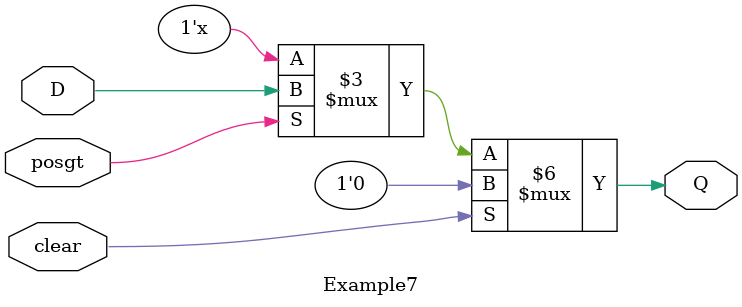
<source format=v>
`timescale 1ns / 1ps


module Example7(Q, D, posgt, clear);
output Q;
input D, posgt, clear;
reg Q;
always@(D or posgt or clear)
begin
if(clear)
Q <= 1'b0;
else if (posgt==1'b1)
Q <= D;
end
endmodule
</source>
